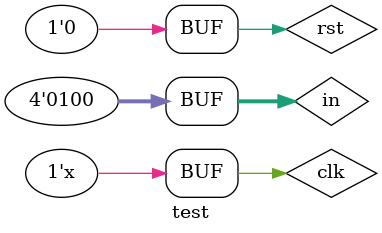
<source format=v>
`timescale 1ns / 1ps


module test;
reg clk,rst;
reg [3:0] in;
wire [4:0] acc; 
accumulator accmod(.in(in), .clk(clk), .rst(rst), .acc(acc));
initial
    begin
        clk<=1'd0;
        rst<=1'd1;
    end

always #10 clk=~clk;

initial
    begin
        in<=4'd0;
        #100 rst<=1'd0;
        #10 in<=4'd3;
        #20 in<=4'd4;
    end

endmodule

</source>
